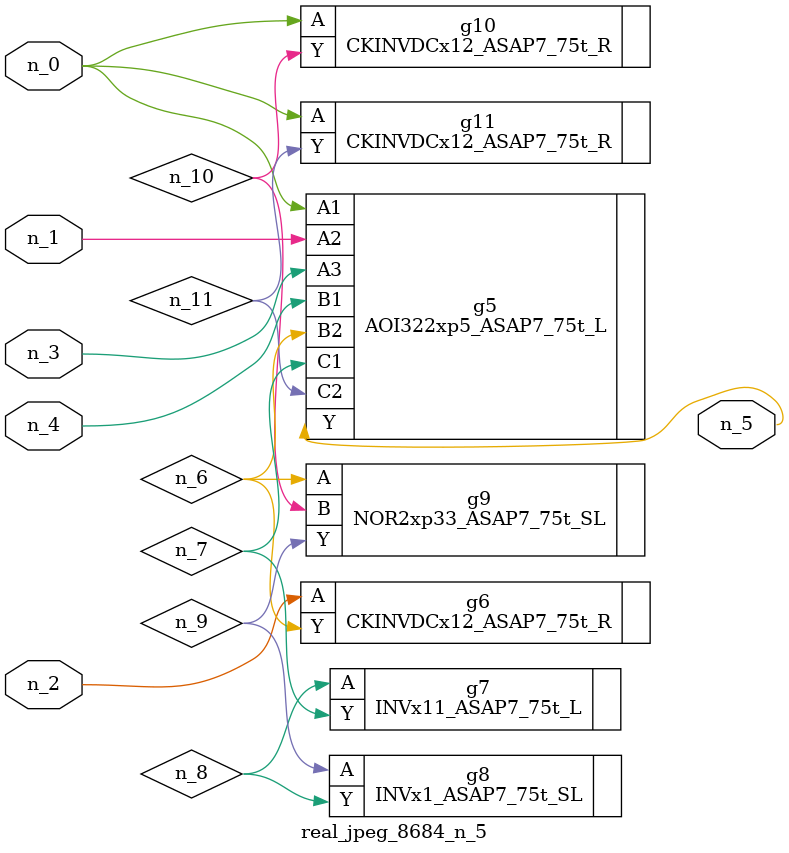
<source format=v>
module real_jpeg_8684_n_5 (n_4, n_0, n_1, n_2, n_3, n_5);

input n_4;
input n_0;
input n_1;
input n_2;
input n_3;

output n_5;

wire n_8;
wire n_11;
wire n_6;
wire n_7;
wire n_10;
wire n_9;

AOI322xp5_ASAP7_75t_L g5 ( 
.A1(n_0),
.A2(n_1),
.A3(n_3),
.B1(n_4),
.B2(n_6),
.C1(n_7),
.C2(n_11),
.Y(n_5)
);

CKINVDCx12_ASAP7_75t_R g10 ( 
.A(n_0),
.Y(n_10)
);

CKINVDCx12_ASAP7_75t_R g11 ( 
.A(n_0),
.Y(n_11)
);

CKINVDCx12_ASAP7_75t_R g6 ( 
.A(n_2),
.Y(n_6)
);

NOR2xp33_ASAP7_75t_SL g9 ( 
.A(n_6),
.B(n_10),
.Y(n_9)
);

INVx11_ASAP7_75t_L g7 ( 
.A(n_8),
.Y(n_7)
);

INVx1_ASAP7_75t_SL g8 ( 
.A(n_9),
.Y(n_8)
);


endmodule
</source>
